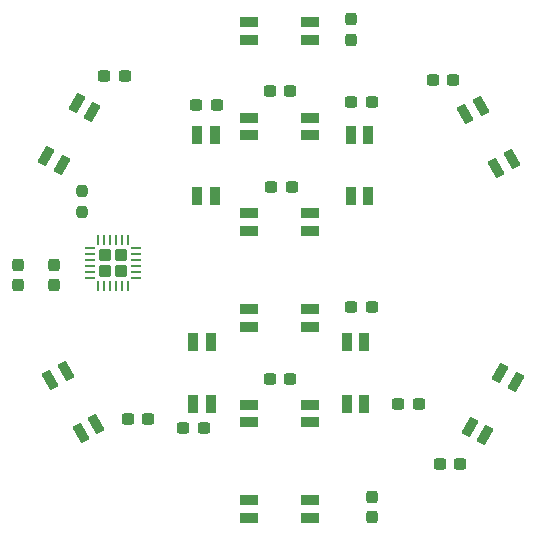
<source format=gbr>
%TF.GenerationSoftware,KiCad,Pcbnew,8.0.8*%
%TF.CreationDate,2025-04-07T13:41:04-04:00*%
%TF.ProjectId,pcb_tile_game_tile_sos,7063625f-7469-46c6-955f-67616d655f74,1.0*%
%TF.SameCoordinates,Original*%
%TF.FileFunction,Paste,Top*%
%TF.FilePolarity,Positive*%
%FSLAX46Y46*%
G04 Gerber Fmt 4.6, Leading zero omitted, Abs format (unit mm)*
G04 Created by KiCad (PCBNEW 8.0.8) date 2025-04-07 13:41:04*
%MOMM*%
%LPD*%
G01*
G04 APERTURE LIST*
G04 Aperture macros list*
%AMRoundRect*
0 Rectangle with rounded corners*
0 $1 Rounding radius*
0 $2 $3 $4 $5 $6 $7 $8 $9 X,Y pos of 4 corners*
0 Add a 4 corners polygon primitive as box body*
4,1,4,$2,$3,$4,$5,$6,$7,$8,$9,$2,$3,0*
0 Add four circle primitives for the rounded corners*
1,1,$1+$1,$2,$3*
1,1,$1+$1,$4,$5*
1,1,$1+$1,$6,$7*
1,1,$1+$1,$8,$9*
0 Add four rect primitives between the rounded corners*
20,1,$1+$1,$2,$3,$4,$5,0*
20,1,$1+$1,$4,$5,$6,$7,0*
20,1,$1+$1,$6,$7,$8,$9,0*
20,1,$1+$1,$8,$9,$2,$3,0*%
G04 Aperture macros list end*
%ADD10RoundRect,0.237500X-0.300000X-0.237500X0.300000X-0.237500X0.300000X0.237500X-0.300000X0.237500X0*%
%ADD11RoundRect,0.237500X0.300000X0.237500X-0.300000X0.237500X-0.300000X-0.237500X0.300000X-0.237500X0*%
%ADD12RoundRect,0.237500X-0.237500X0.250000X-0.237500X-0.250000X0.237500X-0.250000X0.237500X0.250000X0*%
%ADD13RoundRect,0.237500X0.237500X-0.300000X0.237500X0.300000X-0.237500X0.300000X-0.237500X-0.300000X0*%
%ADD14RoundRect,0.250000X-0.275000X-0.275000X0.275000X-0.275000X0.275000X0.275000X-0.275000X0.275000X0*%
%ADD15RoundRect,0.062500X-0.350000X-0.062500X0.350000X-0.062500X0.350000X0.062500X-0.350000X0.062500X0*%
%ADD16RoundRect,0.062500X-0.062500X-0.350000X0.062500X-0.350000X0.062500X0.350000X-0.062500X0.350000X0*%
%ADD17RoundRect,0.082000X-0.718000X0.328000X-0.718000X-0.328000X0.718000X-0.328000X0.718000X0.328000X0*%
%ADD18RoundRect,0.082000X0.328000X0.718000X-0.328000X0.718000X-0.328000X-0.718000X0.328000X-0.718000X0*%
%ADD19RoundRect,0.082000X0.074944X-0.785806X0.643056X-0.457806X-0.074944X0.785806X-0.643056X0.457806X0*%
%ADD20RoundRect,0.082000X-0.643056X-0.457806X-0.074944X-0.785806X0.643056X0.457806X0.074944X0.785806X0*%
%ADD21RoundRect,0.082000X0.643056X0.457806X0.074944X0.785806X-0.643056X-0.457806X-0.074944X-0.785806X0*%
%ADD22RoundRect,0.082000X-0.328000X-0.718000X0.328000X-0.718000X0.328000X0.718000X-0.328000X0.718000X0*%
%ADD23RoundRect,0.082000X-0.074944X0.785806X-0.643056X0.457806X0.074944X-0.785806X0.643056X-0.457806X0*%
G04 APERTURE END LIST*
D10*
%TO.C,C2*%
X139160000Y-89200000D03*
X140885000Y-89200000D03*
%TD*%
D11*
%TO.C,C13*%
X151760000Y-91300000D03*
X150035000Y-91300002D03*
%TD*%
%TO.C,C3*%
X147760000Y-83100000D03*
X146035000Y-83100000D03*
%TD*%
D12*
%TO.C,R1*%
X123260000Y-73275000D03*
X123260000Y-75100000D03*
%TD*%
D10*
%TO.C,C10*%
X152935000Y-63900000D03*
X154660000Y-63900000D03*
%TD*%
D13*
%TO.C,C15*%
X120860000Y-81262500D03*
X120860000Y-79537500D03*
%TD*%
D10*
%TO.C,C5*%
X139135000Y-64800000D03*
X140860000Y-64800000D03*
%TD*%
D11*
%TO.C,C8*%
X134660000Y-66000000D03*
X132935000Y-66000000D03*
%TD*%
D13*
%TO.C,C6*%
X146060000Y-60500000D03*
X146060000Y-58775000D03*
%TD*%
D10*
%TO.C,C14*%
X153560000Y-96400000D03*
X155285000Y-96400002D03*
%TD*%
%TO.C,C12*%
X131835000Y-93400000D03*
X133560000Y-93400000D03*
%TD*%
D11*
%TO.C,C7*%
X126860000Y-63600000D03*
X125135000Y-63600000D03*
%TD*%
D13*
%TO.C,C1*%
X147760000Y-100900000D03*
X147760000Y-99175000D03*
%TD*%
D11*
%TO.C,C9*%
X147760000Y-65800000D03*
X146035000Y-65800000D03*
%TD*%
D10*
%TO.C,C4*%
X139260000Y-73000000D03*
X140985000Y-73000000D03*
%TD*%
D14*
%TO.C,U2*%
X125210000Y-78750000D03*
X125210000Y-80050000D03*
X126510000Y-78750000D03*
X126510000Y-80050000D03*
D15*
X123922500Y-78150000D03*
X123922500Y-78650000D03*
X123922500Y-79150000D03*
X123922500Y-79650000D03*
X123922500Y-80150000D03*
X123922500Y-80650000D03*
D16*
X124610000Y-81337500D03*
X125110000Y-81337500D03*
X125610000Y-81337500D03*
X126110000Y-81337500D03*
X126610000Y-81337500D03*
X127110000Y-81337500D03*
D15*
X127797500Y-80650000D03*
X127797500Y-80150000D03*
X127797500Y-79650000D03*
X127797500Y-79150000D03*
X127797500Y-78650000D03*
X127797500Y-78150000D03*
D16*
X127110000Y-77462500D03*
X126610000Y-77462500D03*
X126110000Y-77462500D03*
X125610000Y-77462500D03*
X125110000Y-77462500D03*
X124610000Y-77462500D03*
%TD*%
D13*
%TO.C,C16*%
X117860000Y-81262500D03*
X117860000Y-79537500D03*
%TD*%
D11*
%TO.C,C11*%
X128822500Y-92600000D03*
X127097500Y-92600000D03*
%TD*%
D17*
%TO.C,LED2*%
X142560000Y-91400000D03*
X142560000Y-92900000D03*
X137360000Y-92900000D03*
X137360000Y-91400000D03*
%TD*%
D18*
%TO.C,LED12*%
X134183808Y-91312500D03*
X132683808Y-91312500D03*
X132683808Y-86112500D03*
X134183808Y-86112500D03*
%TD*%
D19*
%TO.C,LED10*%
X155711441Y-66824573D03*
X157010481Y-66074574D03*
X159610480Y-70577906D03*
X158311443Y-71327906D03*
%TD*%
D17*
%TO.C,LED5*%
X142560000Y-67100000D03*
X142560000Y-68600000D03*
X137360000Y-68600000D03*
X137360000Y-67100000D03*
%TD*%
%TO.C,LED1*%
X142560000Y-99500000D03*
X142560000Y-101000000D03*
X137360000Y-101000000D03*
X137360000Y-99500000D03*
%TD*%
%TO.C,LED3*%
X142560000Y-83300000D03*
X142560000Y-84800000D03*
X137360000Y-84800000D03*
X137360000Y-83300000D03*
%TD*%
D20*
%TO.C,LED7*%
X122810480Y-65877906D03*
X124109519Y-66627906D03*
X121509519Y-71131238D03*
X120210480Y-70381237D03*
%TD*%
D21*
%TO.C,LED14*%
X157360000Y-94000000D03*
X156060961Y-93250000D03*
X158660961Y-88746668D03*
X159960000Y-89496668D03*
%TD*%
D22*
%TO.C,LED8*%
X133010480Y-68565406D03*
X134510480Y-68565406D03*
X134510480Y-73765406D03*
X133010480Y-73765406D03*
%TD*%
D23*
%TO.C,LED11*%
X124459039Y-93053332D03*
X123160000Y-93803332D03*
X120560000Y-89300000D03*
X121859039Y-88550000D03*
%TD*%
D17*
%TO.C,LED4*%
X142560000Y-75200000D03*
X142560000Y-76700000D03*
X137360000Y-76700000D03*
X137360000Y-75200000D03*
%TD*%
%TO.C,LED6*%
X142560000Y-59000000D03*
X142560000Y-60500000D03*
X137360000Y-60500000D03*
X137360000Y-59000000D03*
%TD*%
D22*
%TO.C,LED9*%
X145986672Y-68565406D03*
X147486672Y-68565406D03*
X147486672Y-73765406D03*
X145986672Y-73765406D03*
%TD*%
D18*
%TO.C,LED13*%
X147160000Y-91312500D03*
X145660000Y-91312500D03*
X145660000Y-86112500D03*
X147160000Y-86112500D03*
%TD*%
M02*

</source>
